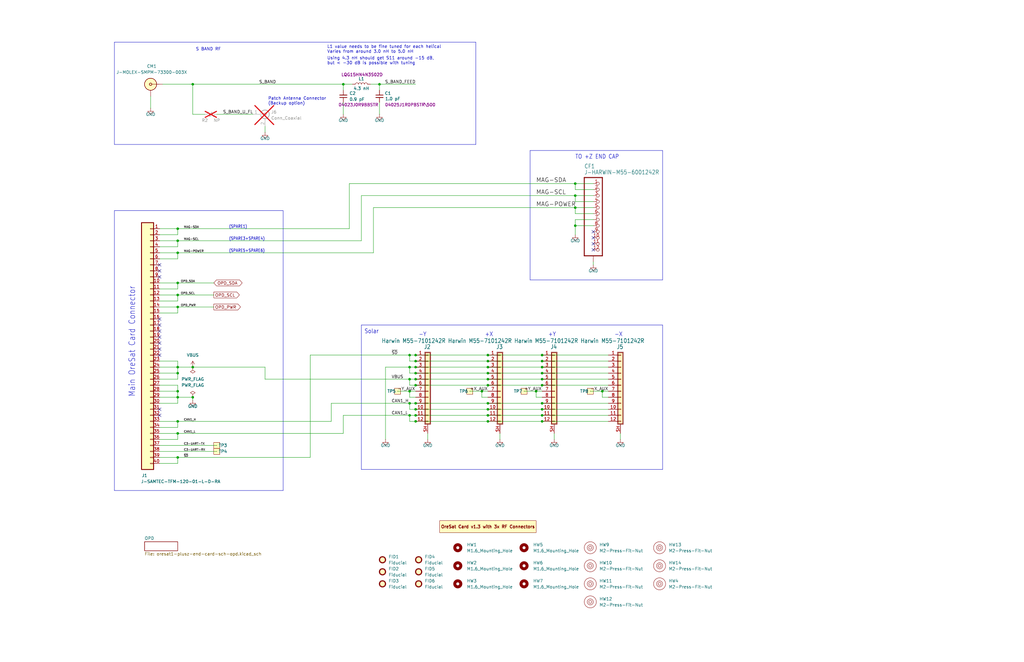
<source format=kicad_sch>
(kicad_sch (version 20250114) (generator "eeschema") (generator_version "9.0")
  (paper "USLedger")
  (title_block (title "+Z End Card w/ Turnstile") (date "2024-08-20") (rev "1.4"))
  (lib_symbols
    (symbol "Connector:Conn_Coaxial" (pin_names (offset 1.016) (hide yes))
      (property "Reference" "J" (at 0.254 3.048 0))
      (property "Value" "Conn_Coaxial" (at 2.921 0 90))
      (symbol "Conn_Coaxial_0_1"
        (polyline (pts (xy -2.54 0) (xy -0.508 0)))
        (arc (start 1.778 0) (mid 0.222 -1.8079) (end -1.778 -0.508) (stroke (width 0.254)))
        (arc (start -1.778 0.508) (mid 0.2221 1.8084) (end 1.778 0) (stroke (width 0.254)))
        (circle (center 0 0) (radius 0.508) (stroke (width 0.2032)))
        (polyline (pts (xy 0 -2.54) (xy 0 -1.778)))
      )
      (symbol "Conn_Coaxial_1_1"
        (pin passive line (at -5.08 0 0) (length 2.54) (name "In") (number "1"))
        (pin passive line (at 0 -5.08 90) (length 2.54) (name "Ext") (number "2"))
      )
    )
    (symbol "Device:C_Small" (pin_numbers (hide yes)) (pin_names (offset 0.254) (hide yes))
      (property "Reference" "C" (at 0.254 1.778 0))
      (property "Value" "C_Small" (at 0.254 -2.032 0))
      (symbol "C_Small_0_1"
        (polyline (pts (xy -1.524 0.508) (xy 1.524 0.508)) (stroke (width 0.3048)))
        (polyline (pts (xy -1.524 -0.508) (xy 1.524 -0.508)) (stroke (width 0.3302)))
      )
      (symbol "C_Small_1_1"
        (pin passive line (at 0 2.54 270) (length 2.032) (name "~") (number "1"))
        (pin passive line (at 0 -2.54 90) (length 2.032) (name "~") (number "2"))
      )
    )
    (symbol "Device:L" (pin_numbers (hide yes)) (pin_names (offset 1.016) (hide yes))
      (property "Reference" "L" (at -1.27 0 90))
      (property "Value" "L" (at 1.905 0 90))
      (symbol "L_0_1"
        (arc (start 0 2.54) (mid 0.6323 1.905) (end 0 1.27))
        (arc (start 0 1.27) (mid 0.6323 0.635) (end 0 0))
        (arc (start 0 0) (mid 0.6323 -0.635) (end 0 -1.27))
        (arc (start 0 -1.27) (mid 0.6323 -1.905) (end 0 -2.54))
      )
      (symbol "L_1_1"
        (pin passive line (at 0 3.81 270) (length 1.27) (name "1") (number "1"))
        (pin passive line (at 0 -3.81 90) (length 1.27) (name "2") (number "2"))
      )
    )
    (symbol "Device:R_Small_US" (pin_numbers (hide yes)) (pin_names (offset 0.254) (hide yes))
      (property "Reference" "R" (at 0.762 0.508 0))
      (property "Value" "R_Small_US" (at 0.762 -1.016 0))
      (symbol "R_Small_US_1_1"
        (polyline (pts (xy 0 1.524) (xy 1.016 1.143) (xy 0 0.762) (xy -1.016 0.381) (xy 0 0)))
        (polyline (pts (xy 0 0) (xy 1.016 -0.381) (xy 0 -0.762) (xy -1.016 -1.143) (xy 0 -1.524)))
        (pin passive line (at 0 2.54 270) (length 1.016) (name "~") (number "1"))
        (pin passive line (at 0 -2.54 90) (length 1.016) (name "~") (number "2"))
      )
    )
    (symbol "Mechanical:Fiducial"
      (property "Reference" "FID" (at 0 5.08 0))
      (property "Value" "Fiducial" (at 0 3.175 0))
      (symbol "Fiducial_0_1"
        (circle (center 0 0) (radius 1.27) (stroke (width 0.508)) (fill (type background)))
      )
    )
    (symbol "oresat-connectors:Harwin M55-7101242R" (pin_names (hide yes))
      (property "Reference" "J" (at -12.7 15.875 0))
      (property "Value" "Harwin M55-7101242R" (at -12.7 13.97 0))
      (symbol "Harwin M55-7101242R_1_1"
        (rectangle (start -1.27 -16.51) (end 1.27 13.97) (stroke (width 0.1524)))
        (rectangle (start -1.016 -16.256) (end 1.016 13.716) (stroke (width 0.254)) (fill (type background)))
        (rectangle (start -0.254 12.573) (end 1.016 12.827) (stroke (width 0.1524)))
        (rectangle (start -0.254 10.033) (end 1.016 10.287) (stroke (width 0.1524)))
        (rectangle (start -0.254 7.493) (end 1.016 7.747) (stroke (width 0.1524)))
        (rectangle (start -0.254 4.953) (end 1.016 5.207) (stroke (width 0.1524)))
        (rectangle (start -0.254 2.413) (end 1.016 2.667) (stroke (width 0.1524)))
        (rectangle (start -0.254 -0.127) (end 1.016 0.127) (stroke (width 0.1524)))
        (rectangle (start -0.254 -2.667) (end 1.016 -2.413) (stroke (width 0.1524)))
        (rectangle (start -0.254 -5.207) (end 1.016 -4.953) (stroke (width 0.1524)))
        (rectangle (start -0.254 -7.747) (end 1.016 -7.493) (stroke (width 0.1524)))
        (rectangle (start -0.254 -10.287) (end 1.016 -10.033) (stroke (width 0.1524)))
        (rectangle (start -0.254 -12.827) (end 1.016 -12.573) (stroke (width 0.1524)))
        (rectangle (start -0.254 -15.367) (end 1.016 -15.113) (stroke (width 0.1524)))
        (pin passive line (at 0 -20.32 90) (length 3.81) (name "Shield") (number "SH"))
        (pin passive line (at 5.08 12.7 180) (length 4.064) (name "Pin_1") (number "1"))
        (pin passive line (at 5.08 10.16 180) (length 4.064) (name "Pin_2") (number "2"))
        (pin passive line (at 5.08 7.62 180) (length 4.064) (name "Pin_3") (number "3"))
        (pin passive line (at 5.08 5.08 180) (length 4.064) (name "Pin_4") (number "4"))
        (pin passive line (at 5.08 2.54 180) (length 4.064) (name "Pin_5") (number "5"))
        (pin passive line (at 5.08 0 180) (length 4.064) (name "Pin_6") (number "6"))
        (pin passive line (at 5.08 -2.54 180) (length 4.064) (name "Pin_7") (number "7"))
        (pin passive line (at 5.08 -5.08 180) (length 4.064) (name "Pin_8") (number "8"))
        (pin passive line (at 5.08 -7.62 180) (length 4.064) (name "Pin_9") (number "9"))
        (pin passive line (at 5.08 -10.16 180) (length 4.064) (name "Pin_10") (number "10"))
        (pin passive line (at 5.08 -12.7 180) (length 4.064) (name "Pin_11") (number "11"))
        (pin passive line (at 5.08 -15.24 180) (length 4.064) (name "Pin_12") (number "12"))
      )
    )
    (symbol "oresat-connectors:J-HARWIN-M55-6001242R" (pin_names (hide yes))
      (property "Reference" "CF1" (at -6.35 19.05 0))
      (property "Value" "J-HARWIN-M55-6001242R" (at -6.35 16.51 0))
      (symbol "J-HARWIN-M55-6001242R_1_0"
        (polyline (pts (xy -6.35 15.24) (xy -6.35 -17.78)) (stroke (width 0.4064)))
        (polyline (pts (xy -6.35 -17.78) (xy 1.27 -17.78)) (stroke (width 0.4064)))
        (polyline (pts (xy 1.27 15.24) (xy -6.35 15.24)) (stroke (width 0.4064)))
        (polyline (pts (xy 1.27 -17.78) (xy 1.27 15.24)) (stroke (width 0.4064)))
        (pin passive inverted (at -2.54 12.7 0) (length 2.54) (name "1") (number "1"))
        (pin passive inverted (at -2.54 10.16 0) (length 2.54) (name "2") (number "2"))
        (pin passive inverted (at -2.54 7.62 0) (length 2.54) (name "3") (number "3"))
        (pin passive inverted (at -2.54 5.08 0) (length 2.54) (name "4") (number "4"))
        (pin passive inverted (at -2.54 2.54 0) (length 2.54) (name "5") (number "5"))
        (pin passive inverted (at -2.54 0 0) (length 2.54) (name "6") (number "6"))
        (pin passive inverted (at -2.54 -2.54 0) (length 2.54) (name "7") (number "7"))
        (pin passive inverted (at -2.54 -5.08 0) (length 2.54) (name "8") (number "8"))
        (pin passive inverted (at -2.54 -7.62 0) (length 2.54) (name "9") (number "9"))
        (pin passive inverted (at -2.54 -10.16 0) (length 2.54) (name "10") (number "10"))
        (pin passive inverted (at -2.54 -12.7 0) (length 2.54) (name "11") (number "11"))
        (pin passive inverted (at -2.54 -15.24 0) (length 2.54) (name "12") (number "12"))
        (pin passive line (at -2.54 -20.32 90) (length 2.54) (name "SHIELD") (number "SH"))
      )
    )
    (symbol "oresat-connectors:J-MOLEX-SMPM-73300-002X"
      (property "Reference" "J" (at 5.08 -3.81 0))
      (property "Value" "733000020" (at 5.08 -6.35 0))
      (symbol "J-MOLEX-SMPM-73300-002X_1_0"
        (circle (center 0 0) (radius 0.508) (stroke (width 0.254)))
        (circle (center 0 0) (radius 2.54) (stroke (width 0.254)) (fill (type background)))
        (polyline (pts (xy 0.508 0) (xy 3.556 0)) (stroke (width 0.1524)))
        (pin passive line (at 0 -5.08 90) (length 2.54) (name "SHLD") (number "SHLD"))
        (pin passive line (at 5.08 0 180) (length 2.54) (name "SIG") (number "SIG"))
      )
    )
    (symbol "oresat-connectors:J-SAMTEC-TFM-120-01-L-D-RA" (pin_names (hide yes))
      (property "Reference" "J" (at 0 54.61 0))
      (property "Value" "J-SAMTEC-TFM-120-01-L-D-RA" (at 0 52.07 0))
      (symbol "J-SAMTEC-TFM-120-01-L-D-RA_0_1"
        (rectangle (start 2.413 48.387) (end 1.143 48.133) (stroke (width 0.1524)))
        (rectangle (start 2.413 45.847) (end 1.143 45.593) (stroke (width 0.1524)))
        (rectangle (start 2.413 43.307) (end 1.143 43.053) (stroke (width 0.1524)))
        (rectangle (start 2.413 40.767) (end 1.143 40.513) (stroke (width 0.1524)))
        (rectangle (start 2.413 38.227) (end 1.143 37.973) (stroke (width 0.1524)))
        (rectangle (start 2.413 35.687) (end 1.143 35.433) (stroke (width 0.1524)))
        (rectangle (start 2.413 33.147) (end 1.143 32.893) (stroke (width 0.1524)))
        (rectangle (start 2.413 30.607) (end 1.143 30.353) (stroke (width 0.1524)))
        (rectangle (start 2.413 28.067) (end 1.143 27.813) (stroke (width 0.1524)))
        (rectangle (start 2.413 25.527) (end 1.143 25.273) (stroke (width 0.1524)))
        (rectangle (start 2.413 22.987) (end 1.143 22.733) (stroke (width 0.1524)))
        (rectangle (start 2.413 20.447) (end 1.143 20.193) (stroke (width 0.1524)))
        (rectangle (start 2.413 17.907) (end 1.143 17.653) (stroke (width 0.1524)))
        (rectangle (start 2.413 15.367) (end 1.143 15.113) (stroke (width 0.1524)))
        (rectangle (start 2.413 12.827) (end 1.143 12.573) (stroke (width 0.1524)))
        (rectangle (start 2.413 10.287) (end 1.143 10.033) (stroke (width 0.1524)))
        (rectangle (start 2.413 7.747) (end 1.143 7.493) (stroke (width 0.1524)))
        (rectangle (start 2.413 5.207) (end 1.143 4.953) (stroke (width 0.1524)))
        (rectangle (start 2.413 2.667) (end 1.143 2.413) (stroke (width 0.1524)))
        (rectangle (start 2.413 0.127) (end 1.143 -0.127) (stroke (width 0.1524)))
        (rectangle (start 2.413 -2.413) (end 1.143 -2.667) (stroke (width 0.1524)))
        (rectangle (start 2.413 -4.953) (end 1.143 -5.207) (stroke (width 0.1524)))
        (rectangle (start 2.413 -7.493) (end 1.143 -7.747) (stroke (width 0.1524)))
        (rectangle (start 2.413 -10.033) (end 1.143 -10.287) (stroke (width 0.1524)))
        (rectangle (start 2.413 -12.573) (end 1.143 -12.827) (stroke (width 0.1524)))
        (rectangle (start 2.413 -15.113) (end 1.143 -15.367) (stroke (width 0.1524)))
        (rectangle (start 2.413 -17.653) (end 1.143 -17.907) (stroke (width 0.1524)))
        (rectangle (start 2.413 -20.193) (end 1.143 -20.447) (stroke (width 0.1524)))
        (rectangle (start 2.413 -22.733) (end 1.143 -22.987) (stroke (width 0.1524)))
        (rectangle (start 2.413 -25.273) (end 1.143 -25.527) (stroke (width 0.1524)))
        (rectangle (start 2.413 -27.813) (end 1.143 -28.067) (stroke (width 0.1524)))
        (rectangle (start 2.413 -30.353) (end 1.143 -30.607) (stroke (width 0.1524)))
        (rectangle (start 2.413 -32.893) (end 1.143 -33.147) (stroke (width 0.1524)))
        (rectangle (start 2.413 -35.433) (end 1.143 -35.687) (stroke (width 0.1524)))
        (rectangle (start 2.413 -37.973) (end 1.143 -38.227) (stroke (width 0.1524)))
        (rectangle (start 2.413 -40.513) (end 1.143 -40.767) (stroke (width 0.1524)))
        (rectangle (start 2.413 -43.053) (end 1.143 -43.307) (stroke (width 0.1524)))
        (rectangle (start 2.413 -45.593) (end 1.143 -45.847) (stroke (width 0.1524)))
        (rectangle (start 2.413 -48.133) (end 1.143 -48.387) (stroke (width 0.1524)))
        (rectangle (start 2.413 -50.673) (end 1.143 -50.927) (stroke (width 0.1524)))
      )
      (symbol "J-SAMTEC-TFM-120-01-L-D-RA_1_1"
        (rectangle (start -2.54 50.8) (end 2.54 -53.34) (stroke (width 0.4)) (fill (type background)))
        (pin passive line (at 5.08 48.26 180) (length 2.54) (name "") (number "1"))
        (pin passive line (at 5.08 45.72 180) (length 2.54) (name "") (number "2"))
        (pin passive line (at 5.08 43.18 180) (length 2.54) (name "") (number "3"))
        (pin passive line (at 5.08 40.64 180) (length 2.54) (name "") (number "4"))
        (pin passive line (at 5.08 38.1 180) (length 2.54) (name "") (number "5"))
        (pin passive line (at 5.08 35.56 180) (length 2.54) (name "") (number "6"))
        (pin passive line (at 5.08 33.02 180) (length 2.54) (name "") (number "7"))
        (pin passive line (at 5.08 30.48 180) (length 2.54) (name "") (number "8"))
        (pin passive line (at 5.08 27.94 180) (length 2.54) (name "") (number "9"))
        (pin passive line (at 5.08 25.4 180) (length 2.54) (name "") (number "10"))
        (pin passive line (at 5.08 22.86 180) (length 2.54) (name "") (number "11"))
        (pin passive line (at 5.08 20.32 180) (length 2.54) (name "") (number "12"))
        (pin passive line (at 5.08 17.78 180) (length 2.54) (name "") (number "13"))
        (pin passive line (at 5.08 15.24 180) (length 2.54) (name "") (number "14"))
        (pin passive line (at 5.08 12.7 180) (length 2.54) (name "") (number "15"))
        (pin passive line (at 5.08 10.16 180) (length 2.54) (name "") (number "16"))
        (pin passive line (at 5.08 7.62 180) (length 2.54) (name "") (number "17"))
        (pin passive line (at 5.08 5.08 180) (length 2.54) (name "") (number "18"))
        (pin passive line (at 5.08 2.54 180) (length 2.54) (name "") (number "19"))
        (pin passive line (at 5.08 0 180) (length 2.54) (name "") (number "20"))
        (pin passive line (at 5.08 -2.54 180) (length 2.54) (name "") (number "21"))
        (pin passive line (at 5.08 -5.08 180) (length 2.54) (name "") (number "22"))
        (pin passive line (at 5.08 -7.62 180) (length 2.54) (name "") (number "23"))
        (pin passive line (at 5.08 -10.16 180) (length 2.54) (name "") (number "24"))
        (pin passive line (at 5.08 -12.7 180) (length 2.54) (name "") (number "25"))
        (pin passive line (at 5.08 -15.24 180) (length 2.54) (name "") (number "26"))
        (pin passive line (at 5.08 -17.78 180) (length 2.54) (name "") (number "27"))
        (pin passive line (at 5.08 -20.32 180) (length 2.54) (name "") (number "28"))
        (pin passive line (at 5.08 -22.86 180) (length 2.54) (name "") (number "29"))
        (pin passive line (at 5.08 -25.4 180) (length 2.54) (name "") (number "30"))
        (pin passive line (at 5.08 -27.94 180) (length 2.54) (name "") (number "31"))
        (pin passive line (at 5.08 -30.48 180) (length 2.54) (name "") (number "32"))
        (pin passive line (at 5.08 -33.02 180) (length 2.54) (name "") (number "33"))
        (pin passive line (at 5.08 -35.56 180) (length 2.54) (name "") (number "34"))
        (pin passive line (at 5.08 -38.1 180) (length 2.54) (name "") (number "35"))
        (pin passive line (at 5.08 -40.64 180) (length 2.54) (name "") (number "36"))
        (pin passive line (at 5.08 -43.18 180) (length 2.54) (name "") (number "37"))
        (pin passive line (at 5.08 -45.72 180) (length 2.54) (name "") (number "38"))
        (pin passive line (at 5.08 -48.26 180) (length 2.54) (name "") (number "39"))
        (pin passive line (at 5.08 -50.8 180) (length 2.54) (name "") (number "40"))
      )
    )
    (symbol "oresat-misc:M1.6_Mounting_Hole" (pin_numbers (hide yes)) (pin_names (offset 0) (hide yes)) (in_bom no)
      (property "Reference" "HW" (at 0 5.08 0))
      (property "Value" "M1.6_Mounting_Hole" (at 0 -5.08 0))
      (symbol "M1.6_Mounting_Hole_0_1"
        (circle (center 0 0) (radius 1.27) (stroke (width 1.27)))
      )
    )
    (symbol "oresat-misc:M2-Press-Fit-Nut" (pin_numbers (hide yes)) (pin_names (offset 0) (hide yes))
      (property "Reference" "HW" (at 4.445 1.27 0))
      (property "Value" "M2-Press-Fit-Nut" (at 12.065 -1.27 0))
      (symbol "M2-Press-Fit-Nut_0_1"
        (circle (center 0 0) (radius 0.635))
        (circle (center 0 0) (radius 1.27))
        (circle (center 0 0) (radius 2.54))
      )
    )
    (symbol "oresat-misc:Test-Point-0.75mm-th"
      (property "Reference" "TP" (at 0 2.54 0))
      (symbol "Test-Point-0.75mm-th_1_0"
        (pin passive line (at 0 0 0) (length 0) (name "1") (number "1"))
      )
      (symbol "Test-Point-0.75mm-th_1_1"
        (rectangle (start -1.27 1.27) (end 1.27 -1.27) (fill (type background)))
      )
    )
    (symbol "oresat-pcbs:ORESAT-CARD-V1.3-3RF"
      (symbol "ORESAT-CARD-V1.3-3RF_1_0"
        (rectangle (start -20.32 2.54) (end 20.32 -2.54) (fill (type background)))
        (text "OreSat Card v1.3 with 3x RF Connectors" (at 0 0 0) (effects (font (size 1.27 1.27) (bold yes))))
      )
    )
    (symbol "oresat-power:VBUS" (power) (pin_names (offset 0))
      (property "Value" "VBUS" (at 0 3.556 0))
      (symbol "VBUS_0_1"
        (polyline (pts (xy -0.762 1.27) (xy 0 2.54)))
        (polyline (pts (xy 0 2.54) (xy 0.762 1.27)))
        (polyline (pts (xy 0 0) (xy 0 2.54)))
      )
      (symbol "VBUS_1_1"
        (pin power_in line (at 0 0 90) (length 0) (hide yes) (name "VBUS") (number "1"))
      )
    )
    (symbol "power:GND" (power) (pin_numbers (hide yes)) (pin_names (offset 0) (hide yes))
      (property "Value" "GND" (at 0 -3.81 0))
      (symbol "GND_0_1"
        (polyline (pts (xy 0 0) (xy 0 -1.27) (xy 1.27 -1.27) (xy 0 -2.54) (xy -1.27 -1.27) (xy 0 -1.27)))
      )
      (symbol "GND_1_1"
        (pin power_in line (at 0 0 270) (length 0) (name "~") (number "1"))
      )
    )
    (symbol "power:PWR_FLAG" (power) (pin_numbers (hide yes)) (pin_names (offset 0) (hide yes))
      (property "Value" "PWR_FLAG" (at 0 3.81 0))
      (symbol "PWR_FLAG_0_0"
        (pin power_out line (at 0 0 90) (length 0) (name "~") (number "1"))
      )
      (symbol "PWR_FLAG_0_1"
        (polyline (pts (xy 0 0) (xy 0 1.27) (xy -1.016 1.905) (xy 0 2.54) (xy 1.016 1.905) (xy 0 1.27)))
      )
    )
  )
  (text "TO +Z END CAP" (at 242.57 67.31 0) (effects (font (size 1.778 1.5113)) (justify left bottom)))
  (text "L1 value needs to be fine tuned for each helical\nVaries from around 3.0 nH to 5.0 nH" (at 137.922 22.606 0) (effects (font (size 1.27 1.27)) (justify left bottom)))
  (text "Using 4.3 nH should get S11 around -15 dB, \nbut < -30 dB is possible with tuning" (at 137.922 27.432 0) (effects (font (size 1.27 1.27)) (justify left bottom)))
  (text "-Y" (at 176.53 142.24 0) (effects (font (size 1.778 1.5113)) (justify left bottom)))
  (text "S BAND RF" (at 82.55 21.59 0) (effects (font (size 1.27 1.27)) (justify left bottom)))
  (text "Solar" (at 153.67 140.97 0) (effects (font (size 1.778 1.5113)) (justify left bottom)))
  (text "(SPARE1)" (at 96.52 96.52 0) (effects (font (size 1.27 1.0795)) (justify left bottom)))
  (text "-X" (at 259.08 142.24 0) (effects (font (size 1.778 1.5113)) (justify left bottom)))
  (text "(SPARE3+SPARE4)" (at 96.52 101.6 0) (effects (font (size 1.27 1.0795)) (justify left bottom)))
  (text "Patch Antenna Connector\n(Backup option)" (at 113.03 44.45 0) (effects (font (size 1.27 1.27)) (justify left bottom)))
  (text "+Y" (at 231.14 142.24 0) (effects (font (size 1.778 1.5113)) (justify left bottom)))
  (text "+X" (at 204.47 142.24 0) (effects (font (size 1.778 1.5113)) (justify left bottom)))
  (text "Main OreSat Card Connector" (at 57.15 167.64 90) (effects (font (size 2.54 2.159)) (justify left bottom)))
  (text "(SPARE5+SPARE6)" (at 96.52 106.68 0) (effects (font (size 1.27 1.0795)) (justify left bottom)))
  (junction (at 74.93 96.52))
  (junction (at 228.6 170.18))
  (junction (at 175.26 152.4))
  (junction (at 205.74 157.48))
  (junction (at 172.72 175.26))
  (junction (at 228.6 175.26))
  (junction (at 172.72 170.18))
  (junction (at 175.26 177.8))
  (junction (at 175.26 175.26))
  (junction (at 242.57 95.25))
  (junction (at 242.57 82.55))
  (junction (at 203.2 165.1))
  (junction (at 74.93 101.6))
  (junction (at 74.93 154.94))
  (junction (at 74.93 124.46))
  (junction (at 228.6 154.94))
  (junction (at 175.26 172.72))
  (junction (at 228.6 177.8))
  (junction (at 228.6 152.4))
  (junction (at 228.6 160.02))
  (junction (at 242.57 87.63))
  (junction (at 175.26 162.56))
  (junction (at 228.6 157.48))
  (junction (at 74.93 193.04))
  (junction (at 205.74 154.94))
  (junction (at 144.78 35.56))
  (junction (at 74.93 182.88))
  (junction (at 74.93 129.54))
  (junction (at 172.72 160.02))
  (junction (at 74.93 106.68))
  (junction (at 226.06 165.1))
  (junction (at 205.74 152.4))
  (junction (at 228.6 162.56))
  (junction (at 81.28 35.56))
  (junction (at 175.26 157.48))
  (junction (at 205.74 149.86))
  (junction (at 242.57 77.47))
  (junction (at 175.26 149.86))
  (junction (at 81.28 154.94))
  (junction (at 228.6 149.86))
  (junction (at 74.93 165.1))
  (junction (at 205.74 177.8))
  (junction (at 74.93 177.8))
  (junction (at 74.93 167.64))
  (junction (at 172.72 149.86))
  (junction (at 175.26 170.18))
  (junction (at 81.28 167.64))
  (junction (at 160.02 35.56))
  (junction (at 205.74 160.02))
  (junction (at 254 165.1))
  (junction (at 175.26 154.94))
  (junction (at 74.93 119.38))
  (junction (at 205.74 175.26))
  (junction (at 205.74 172.72))
  (junction (at 175.26 160.02))
  (junction (at 74.93 157.48))
  (junction (at 172.72 154.94))
  (junction (at 228.6 172.72))
  (junction (at 172.72 165.1))
  (junction (at 205.74 162.56))
  (junction (at 205.74 170.18))
  (no_connect (at 67.31 144.78))
  (no_connect (at 67.31 142.24))
  (no_connect (at 67.31 137.16))
  (no_connect (at 67.31 149.86))
  (no_connect (at 250.19 100.33))
  (no_connect (at 67.31 139.7))
  (no_connect (at 67.31 134.62))
  (no_connect (at 250.19 102.87))
  (no_connect (at 67.31 111.76))
  (no_connect (at 250.19 97.79))
  (no_connect (at 67.31 172.72))
  (no_connect (at 250.19 105.41))
  (no_connect (at 67.31 175.26))
  (no_connect (at 67.31 116.84))
  (no_connect (at 67.31 114.3))
  (no_connect (at 67.31 147.32))
  (wire (pts (xy 74.93 165.1) (xy 74.93 167.64)))
  (wire (pts (xy 160.02 43.18) (xy 160.02 48.26)))
  (wire (pts (xy 63.5 40.64) (xy 63.5 45.72)))
  (wire (pts (xy 91.44 48.26) (xy 106.68 48.26)))
  (wire (pts (xy 175.26 172.72) (xy 172.72 172.72)))
  (wire (pts (xy 228.6 175.26) (xy 256.54 175.26)))
  (wire (pts (xy 233.68 182.88) (xy 233.68 185.42)))
  (wire (pts (xy 74.93 119.38) (xy 90.17 119.38)))
  (wire (pts (xy 172.72 154.94) (xy 175.26 154.94)))
  (wire (pts (xy 74.93 119.38) (xy 74.93 121.92)))
  (wire (pts (xy 67.31 124.46) (xy 74.93 124.46)))
  (polyline (pts (xy 48.26 17.78) (xy 48.26 60.96)))
  (wire (pts (xy 74.93 124.46) (xy 90.17 124.46)))
  (wire (pts (xy 254 165.1) (xy 256.54 165.1)))
  (polyline (pts (xy 48.26 88.9) (xy 48.26 207.01)))
  (wire (pts (xy 242.57 95.25) (xy 250.19 95.25)))
  (wire (pts (xy 74.93 165.1) (xy 74.93 162.56)))
  (wire (pts (xy 250.19 87.63) (xy 242.57 87.63)))
  (wire (pts (xy 162.56 185.42) (xy 162.56 154.94)))
  (wire (pts (xy 74.93 101.6) (xy 67.31 101.6)))
  (wire (pts (xy 67.31 180.34) (xy 74.93 180.34)))
  (wire (pts (xy 74.93 154.94) (xy 74.93 152.4)))
  (wire (pts (xy 67.31 182.88) (xy 74.93 182.88)))
  (wire (pts (xy 205.74 177.8) (xy 228.6 177.8)))
  (wire (pts (xy 242.57 92.71) (xy 242.57 95.25)))
  (wire (pts (xy 160.02 35.56) (xy 175.26 35.56)))
  (polyline (pts (xy 279.4 118.11) (xy 223.52 118.11)))
  (wire (pts (xy 242.57 80.01) (xy 250.19 80.01)))
  (wire (pts (xy 111.76 160.02) (xy 111.76 154.94)))
  (wire (pts (xy 74.93 124.46) (xy 74.93 127)))
  (wire (pts (xy 67.31 167.64) (xy 74.93 167.64)))
  (wire (pts (xy 172.72 165.1) (xy 167.64 165.1)))
  (wire (pts (xy 250.19 77.47) (xy 242.57 77.47)))
  (wire (pts (xy 74.93 96.52) (xy 67.31 96.52)))
  (wire (pts (xy 172.72 167.64) (xy 172.72 165.1)))
  (wire (pts (xy 67.31 109.22) (xy 74.93 109.22)))
  (polyline (pts (xy 48.26 207.01) (xy 119.38 207.01)))
  (wire (pts (xy 228.6 154.94) (xy 256.54 154.94)))
  (polyline (pts (xy 279.4 137.16) (xy 279.4 198.12)))
  (wire (pts (xy 67.31 165.1) (xy 74.93 165.1)))
  (wire (pts (xy 74.93 180.34) (xy 74.93 177.8)))
  (wire (pts (xy 175.26 177.8) (xy 172.72 177.8)))
  (polyline (pts (xy 279.4 198.12) (xy 152.4 198.12)))
  (wire (pts (xy 175.26 162.56) (xy 205.74 162.56)))
  (wire (pts (xy 74.93 170.18) (xy 74.93 167.64)))
  (wire (pts (xy 172.72 152.4) (xy 172.72 149.86)))
  (wire (pts (xy 81.28 48.26) (xy 86.36 48.26)))
  (wire (pts (xy 220.98 165.1) (xy 226.06 165.1)))
  (wire (pts (xy 175.26 152.4) (xy 172.72 152.4)))
  (wire (pts (xy 81.28 35.56) (xy 81.28 48.26)))
  (wire (pts (xy 74.93 154.94) (xy 67.31 154.94)))
  (wire (pts (xy 144.78 43.18) (xy 144.78 48.26)))
  (wire (pts (xy 228.6 167.64) (xy 226.06 167.64)))
  (wire (pts (xy 242.57 99.06) (xy 242.57 95.25)))
  (wire (pts (xy 130.81 149.86) (xy 130.81 193.04)))
  (wire (pts (xy 74.93 193.04) (xy 67.31 193.04)))
  (wire (pts (xy 228.6 149.86) (xy 256.54 149.86)))
  (polyline (pts (xy 200.66 60.96) (xy 48.26 60.96)))
  (wire (pts (xy 144.78 35.56) (xy 144.78 38.1)))
  (polyline (pts (xy 152.4 137.16) (xy 152.4 198.12)))
  (wire (pts (xy 67.31 185.42) (xy 74.93 185.42)))
  (polyline (pts (xy 152.4 137.16) (xy 279.4 137.16)))
  (wire (pts (xy 175.26 162.56) (xy 172.72 162.56)))
  (wire (pts (xy 226.06 165.1) (xy 228.6 165.1)))
  (wire (pts (xy 74.93 104.14) (xy 74.93 101.6)))
  (wire (pts (xy 74.93 129.54) (xy 90.17 129.54)))
  (wire (pts (xy 172.72 172.72) (xy 172.72 170.18)))
  (wire (pts (xy 228.6 172.72) (xy 256.54 172.72)))
  (wire (pts (xy 205.74 162.56) (xy 228.6 162.56)))
  (polyline (pts (xy 200.66 17.78) (xy 200.66 60.96)))
  (wire (pts (xy 175.26 175.26) (xy 205.74 175.26)))
  (wire (pts (xy 74.93 121.92) (xy 67.31 121.92)))
  (wire (pts (xy 81.28 167.64) (xy 81.28 168.91)))
  (wire (pts (xy 111.76 154.94) (xy 81.28 154.94)))
  (wire (pts (xy 74.93 177.8) (xy 139.7 177.8)))
  (wire (pts (xy 205.74 160.02) (xy 228.6 160.02)))
  (wire (pts (xy 67.31 129.54) (xy 74.93 129.54)))
  (wire (pts (xy 175.26 154.94) (xy 205.74 154.94)))
  (wire (pts (xy 74.93 185.42) (xy 74.93 182.88)))
  (wire (pts (xy 172.72 157.48) (xy 172.72 154.94)))
  (wire (pts (xy 74.93 193.04) (xy 130.81 193.04)))
  (wire (pts (xy 68.58 35.56) (xy 81.28 35.56)))
  (wire (pts (xy 162.56 154.94) (xy 172.72 154.94)))
  (wire (pts (xy 74.93 195.58) (xy 74.93 193.04)))
  (wire (pts (xy 226.06 167.64) (xy 226.06 165.1)))
  (wire (pts (xy 261.62 182.88) (xy 261.62 185.42)))
  (wire (pts (xy 147.32 96.52) (xy 147.32 77.47)))
  (wire (pts (xy 152.4 82.55) (xy 152.4 101.6)))
  (wire (pts (xy 74.93 129.54) (xy 74.93 132.08)))
  (wire (pts (xy 242.57 82.55) (xy 242.57 85.09)))
  (polyline (pts (xy 279.4 63.5) (xy 279.4 118.11)))
  (wire (pts (xy 228.6 177.8) (xy 256.54 177.8)))
  (wire (pts (xy 205.74 154.94) (xy 228.6 154.94)))
  (wire (pts (xy 175.26 157.48) (xy 172.72 157.48)))
  (wire (pts (xy 157.48 106.68) (xy 157.48 87.63)))
  (wire (pts (xy 172.72 170.18) (xy 175.26 170.18)))
  (wire (pts (xy 228.6 160.02) (xy 256.54 160.02)))
  (wire (pts (xy 172.72 177.8) (xy 172.72 175.26)))
  (wire (pts (xy 205.74 149.86) (xy 228.6 149.86)))
  (wire (pts (xy 250.19 92.71) (xy 242.57 92.71)))
  (wire (pts (xy 144.78 175.26) (xy 172.72 175.26)))
  (wire (pts (xy 74.93 132.08) (xy 67.31 132.08)))
  (wire (pts (xy 74.93 109.22) (xy 74.93 106.68)))
  (wire (pts (xy 205.74 167.64) (xy 203.2 167.64)))
  (wire (pts (xy 205.74 172.72) (xy 228.6 172.72)))
  (polyline (pts (xy 223.52 63.5) (xy 279.4 63.5)))
  (wire (pts (xy 74.93 106.68) (xy 67.31 106.68)))
  (wire (pts (xy 175.26 160.02) (xy 205.74 160.02)))
  (wire (pts (xy 67.31 177.8) (xy 74.93 177.8)))
  (wire (pts (xy 228.6 152.4) (xy 256.54 152.4)))
  (wire (pts (xy 74.93 157.48) (xy 74.93 154.94)))
  (wire (pts (xy 210.82 182.88) (xy 210.82 185.42)))
  (wire (pts (xy 175.26 149.86) (xy 172.72 149.86)))
  (wire (pts (xy 67.31 157.48) (xy 74.93 157.48)))
  (wire (pts (xy 242.57 90.17) (xy 250.19 90.17)))
  (polyline (pts (xy 223.52 118.11) (xy 223.52 63.5)))
  (wire (pts (xy 250.19 111.76) (xy 250.19 110.49)))
  (wire (pts (xy 203.2 167.64) (xy 203.2 165.1)))
  (wire (pts (xy 205.74 175.26) (xy 228.6 175.26)))
  (wire (pts (xy 242.57 85.09) (xy 250.19 85.09)))
  (wire (pts (xy 147.32 77.47) (xy 242.57 77.47)))
  (wire (pts (xy 144.78 182.88) (xy 144.78 175.26)))
  (wire (pts (xy 157.48 87.63) (xy 242.57 87.63)))
  (wire (pts (xy 180.34 182.88) (xy 180.34 185.42)))
  (polyline (pts (xy 48.26 17.78) (xy 200.66 17.78)))
  (wire (pts (xy 205.74 157.48) (xy 228.6 157.48)))
  (wire (pts (xy 160.02 35.56) (xy 160.02 38.1)))
  (wire (pts (xy 175.26 167.64) (xy 172.72 167.64)))
  (wire (pts (xy 74.93 127) (xy 67.31 127)))
  (wire (pts (xy 228.6 157.48) (xy 256.54 157.48)))
  (wire (pts (xy 67.31 104.14) (xy 74.93 104.14)))
  (wire (pts (xy 175.26 170.18) (xy 205.74 170.18)))
  (wire (pts (xy 67.31 99.06) (xy 74.93 99.06)))
  (wire (pts (xy 242.57 82.55) (xy 152.4 82.55)))
  (wire (pts (xy 172.72 165.1) (xy 175.26 165.1)))
  (wire (pts (xy 228.6 162.56) (xy 256.54 162.56)))
  (wire (pts (xy 242.57 77.47) (xy 242.57 80.01)))
  (wire (pts (xy 175.26 172.72) (xy 205.74 172.72)))
  (wire (pts (xy 67.31 195.58) (xy 74.93 195.58)))
  (wire (pts (xy 74.93 99.06) (xy 74.93 96.52)))
  (wire (pts (xy 175.26 157.48) (xy 205.74 157.48)))
  (wire (pts (xy 144.78 35.56) (xy 148.59 35.56)))
  (polyline (pts (xy 48.26 88.9) (xy 119.38 88.9)))
  (wire (pts (xy 74.93 154.94) (xy 81.28 154.94)))
  (wire (pts (xy 175.26 177.8) (xy 205.74 177.8)))
  (wire (pts (xy 248.92 165.1) (xy 254 165.1)))
  (wire (pts (xy 67.31 190.5) (xy 91.44 190.5)))
  (wire (pts (xy 67.31 119.38) (xy 74.93 119.38)))
  (wire (pts (xy 156.21 35.56) (xy 160.02 35.56)))
  (wire (pts (xy 74.93 101.6) (xy 152.4 101.6)))
  (wire (pts (xy 228.6 170.18) (xy 256.54 170.18)))
  (wire (pts (xy 74.93 96.52) (xy 147.32 96.52)))
  (wire (pts (xy 242.57 87.63) (xy 242.57 90.17)))
  (wire (pts (xy 139.7 170.18) (xy 172.72 170.18)))
  (wire (pts (xy 74.93 160.02) (xy 74.93 157.48)))
  (wire (pts (xy 67.31 170.18) (xy 74.93 170.18)))
  (wire (pts (xy 205.74 170.18) (xy 228.6 170.18)))
  (wire (pts (xy 172.72 162.56) (xy 172.72 160.02)))
  (wire (pts (xy 203.2 165.1) (xy 205.74 165.1)))
  (wire (pts (xy 139.7 177.8) (xy 139.7 170.18)))
  (wire (pts (xy 91.44 187.96) (xy 67.31 187.96)))
  (wire (pts (xy 172.72 160.02) (xy 175.26 160.02)))
  (wire (pts (xy 175.26 149.86) (xy 205.74 149.86)))
  (wire (pts (xy 111.76 53.34) (xy 111.76 55.88)))
  (wire (pts (xy 74.93 167.64) (xy 81.28 167.64)))
  (wire (pts (xy 172.72 149.86) (xy 130.81 149.86)))
  (polyline (pts (xy 119.38 207.01) (xy 119.38 88.9)))
  (wire (pts (xy 175.26 152.4) (xy 205.74 152.4)))
  (wire (pts (xy 254 167.64) (xy 254 165.1)))
  (wire (pts (xy 74.93 182.88) (xy 144.78 182.88)))
  (wire (pts (xy 205.74 152.4) (xy 228.6 152.4)))
  (wire (pts (xy 67.31 160.02) (xy 74.93 160.02)))
  (wire (pts (xy 67.31 162.56) (xy 74.93 162.56)))
  (wire (pts (xy 256.54 167.64) (xy 254 167.64)))
  (wire (pts (xy 74.93 152.4) (xy 67.31 152.4)))
  (wire (pts (xy 198.12 165.1) (xy 203.2 165.1)))
  (wire (pts (xy 74.93 106.68) (xy 157.48 106.68)))
  (wire (pts (xy 250.19 82.55) (xy 242.57 82.55)))
  (wire (pts (xy 172.72 175.26) (xy 175.26 175.26)))
  (wire (pts (xy 172.72 160.02) (xy 111.76 160.02)))
  (wire (pts (xy 81.28 35.56) (xy 144.78 35.56)))
  (label "S_BAND" (at 109.22 35.56 0) (effects (font (size 1.2446 1.2446))))
  (label "+X_AUX" (at 198.12 165.1 0))
  (label "S_BAND_U_FL" (at 93.98 48.26 0))
  (label "CAN1_L" (at 77.47 182.88 0) (effects (font (size 0.889 0.889))))
  (label "-Y_AUX" (at 167.64 165.1 0))
  (label "MAG-POWER" (at 226.06 87.63 0) (effects (font (size 1.778 1.778))))
  (label "MAG-POWER" (at 77.47 106.68 0) (effects (font (size 0.889 0.889))))
  (label "MAG-SDA" (at 226.06 77.47 0) (effects (font (size 1.778 1.778))))
  (label "VBUS" (at 165.1 160.02 0) (effects (font (size 1.2446 1.2446))))
  (label "-X_AUX" (at 248.92 165.1 0))
  (label "OPD_SCL" (at 76.2 124.46 0) (effects (font (size 0.889 0.889))))
  (label "C3-UART-TX" (at 77.47 187.96 0) (effects (font (size 0.889 0.889))))
  (label "MAG-SCL" (at 226.06 82.55 0) (effects (font (size 1.778 1.778))))
  (label "OPD_SDA" (at 76.2 119.38 0) (effects (font (size 0.889 0.889))))
  (label "~{SD}" (at 77.47 193.04 0) (effects (font (size 0.889 0.889))))
  (label "CAN1_L" (at 165.1 175.26 0) (effects (font (size 1.2446 1.2446))))
  (label "MAG-SCL" (at 77.47 101.6 0) (effects (font (size 0.889 0.889))))
  (label "+Y_AUX" (at 220.98 165.1 0))
  (label "~{SD}" (at 165.1 149.86 0) (effects (font (size 1.2446 1.2446))))
  (label "C3-UART-RX" (at 77.47 190.5 0) (effects (font (size 0.889 0.889))))
  (label "MAG-SDA" (at 77.47 96.52 0) (effects (font (size 0.889 0.889))))
  (label "CAN1_H" (at 77.47 177.8 0) (effects (font (size 0.889 0.889))))
  (label "OPD_PWR" (at 76.2 129.54 0) (effects (font (size 0.889 0.889))))
  (label "S_BAND_FEED" (at 175.26 35.56 180))
  (label "CAN1_H" (at 165.1 170.18 0) (effects (font (size 1.2446 1.2446))))
  (global_label "OPD_PWR" (shape output) (at 90.17 129.54 0) (property "Intersheetrefs" "${INTERSHEET_REFS}" (effects (hide yes))))
  (global_label "OPD_SCL" (shape output) (at 90.17 124.46 0) (property "Intersheetrefs" "${INTERSHEET_REFS}" (effects (hide yes))))
  (global_label "OPD_SDA" (shape bidirectional) (at 90.17 119.38 0) (property "Intersheetrefs" "${INTERSHEET_REFS}" (effects (hide yes))))
  (symbol (lib_id "Device:C_Small") (at 144.78 40.64 180) (unit 1)
    (property "Reference" "C2" (at 147.32 39.3635 0) (effects (justify right)))
    (property "Value" "0.9 pF" (at 147.32 41.9035 0) (effects (justify right)))
    (property "Footprint" "Capacitor_SMD:C_0402_1005Metric" (effects (hide yes)))
    (property "MPN" "04023J0R9BBSTR" (at 151.13 44.196 0))
    (property "DIST" "DigiKey" (effects (hide yes)))
    (property "DPN" "478-04023J0R9BBSTRCT-ND" (effects (hide yes)))
    (property "MFR" "KYOCERA AVX" (effects (hide yes)))
  )
  (symbol (lib_id "oresat-misc:M1.6_Mounting_Hole") (at 220.98 238.76 0) (unit 1) (in_bom no)
    (property "Reference" "HW6" (at 224.79 237.4899 0) (effects (justify left)))
    (property "Value" "M1.6_Mounting_Hole" (at 224.79 240.0299 0) (effects (justify left)))
    (property "Footprint" "oresat-misc:M1.6 Mounting Hole" (effects (hide yes)))
  )
  (symbol (lib_id "oresat-misc:Test-Point-0.75mm-th") (at 91.44 190.5 270) (unit 1)
    (property "Reference" "TP4" (at 93.98 190.5 90))
    (property "Value" "TestPoint-MinTH" (effects (hide yes)))
    (property "Footprint" "oresat-misc:TestPoint-0.75mm-th" (effects (hide yes)))
  )
  (symbol (lib_id "oresat-power:VBUS") (at 81.28 154.94 0) (unit 1)
    (property "Reference" "#VBUS01" (effects (hide yes)))
    (property "Value" "VBUS" (at 81.28 149.86 0))
  )
  (symbol (lib_id "power:GND") (at 233.68 185.42 0) (unit 1)
    (property "Reference" "#GND0104" (effects (hide yes)))
    (property "Value" "GND" (at 233.68 187.96 0))
    (property "Description" "Power symbol creates a global label with name \"GND\" , ground" (effects (hide yes)))
  )
  (symbol (lib_id "Connector:Conn_Coaxial") (at 111.76 48.26 0) (unit 1) (in_bom no) (dnp yes)
    (property "Reference" "J6" (at 114.3 47.2831 0) (effects (justify left)))
    (property "Value" "Conn_Coaxial" (at 114.3 49.8231 0) (effects (justify left)))
    (property "Footprint" "Connector_Coaxial:U.FL_Hirose_U.FL-R-SMT-1_Vertical" (effects (hide yes)))
    (property "Description" "coaxial connector (BNC, SMA, SMB, SMC, Cinch/RCA, LEMO, ...)" (effects (hide yes)))
    (property "DIST" "DigiKey" (effects (hide yes)))
    (property "DPN" "H11891CT-ND" (effects (hide yes)))
    (property "MFR" "Hirose" (effects (hide yes)))
    (property "MPN" "U.FL-R-SMT-1(10)" (effects (hide yes)))
  )
  (symbol (lib_id "Mechanical:Fiducial") (at 161.29 246.38 0) (unit 1)
    (property "Reference" "FID3" (at 163.83 245.1099 0) (effects (justify left)))
    (property "Value" "Fiducial" (at 163.83 247.6499 0) (effects (justify left)))
    (property "Footprint" "Fiducial:Fiducial_1mm_Mask2mm" (effects (hide yes)))
  )
  (symbol (lib_id "oresat-pcbs:ORESAT-CARD-V1.3-3RF") (at 205.74 222.25 0) (unit 1)
    (property "Reference" "PCB1" (effects (hide yes)))
    (property "Value" "ORESAT-CARD-V1.3-GENERIC-3RF" (effects (hide yes)))
    (property "Footprint" "oresat-pcbs:ORESAT-CARD-V1.3-3RF" (effects (hide yes)))
  )
  (symbol (lib_id "Device:C_Small") (at 160.02 40.64 0) (unit 1)
    (property "Reference" "C1" (at 163.576 39.37 0))
    (property "Value" "1.0 pF" (at 165.608 41.656 0))
    (property "Footprint" "Capacitor_SMD:C_0402_1005Metric" (effects (hide yes)))
    (property "MPN" "04025J1R0PBSTR\\500" (at 172.974 44.196 0))
    (property "DIST" "DigiKey" (effects (hide yes)))
    (property "DPN" "478-04025J1R0PBSTR\\500CT-ND" (effects (hide yes)))
    (property "MFR" "KYOCERA AVX" (effects (hide yes)))
  )
  (symbol (lib_id "oresat-misc:Test-Point-0.75mm-th") (at 248.92 165.1 270) (unit 1)
    (property "Reference" "TP8" (at 246.38 165.1 90))
    (property "Value" "TestPoint-MinTH" (effects (hide yes)))
    (property "Footprint" "oresat-misc:TestPoint-0.75mm-th" (effects (hide yes)))
  )
  (symbol (lib_id "power:GND") (at 144.78 48.26 0) (unit 1)
    (property "Reference" "#GND03" (effects (hide yes)))
    (property "Value" "GND" (at 144.78 50.8 0))
    (property "Description" "Power symbol creates a global label with name \"GND\" , ground" (effects (hide yes)))
  )
  (symbol (lib_id "power:PWR_FLAG") (at 81.28 154.94 180) (unit 1)
    (property "Reference" "#FLG0102" (effects (hide yes)))
    (property "Value" "PWR_FLAG" (at 81.28 160.02 0))
    (property "Description" "Special symbol for telling ERC where power comes from" (effects (hide yes)))
  )
  (symbol (lib_id "power:GND") (at 160.02 48.26 0) (unit 1)
    (property "Reference" "#GND0105" (effects (hide yes)))
    (property "Value" "GND" (at 160.02 50.8 0))
    (property "Description" "Power symbol creates a global label with name \"GND\" , ground" (effects (hide yes)))
  )
  (symbol (lib_id "power:GND") (at 111.76 55.88 0) (unit 1)
    (property "Reference" "#GND011" (effects (hide yes)))
    (property "Value" "GND" (at 111.76 58.42 0))
    (property "Description" "Power symbol creates a global label with name \"GND\" , ground" (effects (hide yes)))
  )
  (symbol (lib_id "Mechanical:Fiducial") (at 161.29 236.22 0) (unit 1)
    (property "Reference" "FID1" (at 163.83 234.9499 0) (effects (justify left)))
    (property "Value" "Fiducial" (at 163.83 237.4899 0) (effects (justify left)))
    (property "Footprint" "Fiducial:Fiducial_1mm_Mask2mm" (effects (hide yes)))
  )
  (symbol (lib_id "Mechanical:Fiducial") (at 176.53 241.3 0) (unit 1)
    (property "Reference" "FID5" (at 179.07 240.0299 0) (effects (justify left)))
    (property "Value" "Fiducial" (at 179.07 242.5699 0) (effects (justify left)))
    (property "Footprint" "Fiducial:Fiducial_1mm_Mask2mm" (effects (hide yes)))
  )
  (symbol (lib_id "Device:L") (at 152.4 35.56 90) (unit 1)
    (property "Reference" "L1" (at 152.4 33.274 90))
    (property "Value" "4.3 nH" (at 152.4 37.338 90))
    (property "Footprint" "Inductor_SMD:L_0402_1005Metric" (effects (hide yes)))
    (property "Datasheet" "Murata Electronics" (effects (hide yes)))
    (property "MPN" "LQG15HN4N3S02D" (at 152.654 31.496 90))
    (property "DIST" "DigiKey" (effects (hide yes)))
    (property "DPN" "490-6563-1-ND" (effects (hide yes)))
    (property "MFR" "Murata Electronics" (effects (hide yes)))
  )
  (symbol (lib_id "oresat-connectors:J-HARWIN-M55-6001242R") (at 252.73 90.17 0) (unit 1)
    (property "Reference" "CF1" (at 246.38 71.12 0) (effects (font (size 1.778 1.5113)) (justify left bottom)))
    (property "Value" "J-HARWIN-M55-6001242R" (at 246.38 73.66 0) (effects (font (size 1.778 1.5113)) (justify left bottom)))
    (property "Footprint" "oresat-connectors:J-Harwin-M55-60X1242R" (effects (hide yes)))
    (property "Datasheet" "https://cdn.harwin.com/pdfs/C047XX_M55_Archer_Kontrol.pdf" (effects (hide yes)))
    (property "DIST" "DigiKey" (effects (hide yes)))
    (property "DPN" "952-3851-1-ND" (effects (hide yes)))
    (property "MFR" "Harwin Inc." (effects (hide yes)))
    (property "MPN" "M55-6021242R" (effects (hide yes)))
  )
  (symbol (lib_id "oresat-misc:Test-Point-0.75mm-th") (at 220.98 165.1 270) (unit 1)
    (property "Reference" "TP7" (at 218.44 165.1 90))
    (property "Value" "TestPoint-MinTH" (effects (hide yes)))
    (property "Footprint" "oresat-misc:TestPoint-0.75mm-th" (effects (hide yes)))
  )
  (symbol (lib_id "oresat-connectors:J-SAMTEC-TFM-120-01-L-D-RA") (at 62.23 144.78 0) (unit 1)
    (property "Reference" "J1" (at 60.96 200.66 0))
    (property "Value" "J-SAMTEC-TFM-120-01-L-D-RA" (at 76.2 203.2 0))
    (property "Footprint" "oresat-connectors:J-SAMTEC-TFM-120-X1-XXX-D-RA" (effects (hide yes)))
    (property "Datasheet" "https://suddendocs.samtec.com/catalog_english/tfm.pdf" (effects (hide yes)))
    (property "DIST" "DigiKey" (effects (hide yes)))
    (property "DPN" "SAM10145-ND" (effects (hide yes)))
    (property "MFR" "Samtec" (effects (hide yes)))
    (property "MPN" "TFM-120-01-L-D-RA" (effects (hide yes)))
  )
  (symbol (lib_id "oresat-misc:M2-Press-Fit-Nut") (at 248.92 254 0) (unit 1)
    (property "Reference" "HW12" (at 252.73 252.7299 0) (effects (justify left)))
    (property "Value" "M2-Press-Fit-Nut" (at 252.73 255.2699 0) (effects (justify left)))
    (property "Footprint" "oresat-misc:M2-Press-Fit-Nut" (effects (hide yes)))
  )
  (symbol (lib_id "oresat-connectors:Harwin M55-7101242R") (at 180.34 162.56 0) (mirror y) (unit 1)
    (property "Reference" "J2" (at 181.61 147.32 0) (effects (font (size 1.778 1.5113)) (justify left bottom)))
    (property "Value" "Harwin M55-7101242R" (at 187.96 144.78 0) (effects (font (size 1.778 1.5113)) (justify left bottom)))
    (property "Footprint" "oresat-connectors:J-Harwin-M55-7101242R" (effects (hide yes)))
    (property "Datasheet" "Harwin Inc." (effects (hide yes)))
    (property "DIST" "DigiKey" (effects (hide yes)))
    (property "DPN" "952-3891-1-ND" (effects (hide yes)))
    (property "MFR" "Harwin Inc." (effects (hide yes)))
    (property "MPN" "M55-7101242R" (effects (hide yes)))
  )
  (symbol (lib_id "Device:R_Small_US") (at 88.9 48.26 90) (unit 1) (in_bom no) (dnp yes)
    (property "Reference" "R2" (at 86.36 50.8 90))
    (property "Value" "NP" (at 91.44 50.8 90))
    (property "Footprint" "Resistor_SMD:R_0402_1005Metric" (effects (hide yes)))
    (property "Datasheet" "Stackpole Electronics Inc" (effects (hide yes)))
    (property "DIST" "Digikey" (effects (hide yes)))
    (property "DPN" "RMCF0603ZT0R00CT-ND" (effects (hide yes)))
    (property "MFR" "Stackpole Electronics Inc" (effects (hide yes)))
    (property "MPN" "RMCF0603ZT0R00" (effects (hide yes)))
  )
  (symbol (lib_id "oresat-misc:M1.6_Mounting_Hole") (at 220.98 246.38 0) (unit 1) (in_bom no)
    (property "Reference" "HW7" (at 224.79 245.11 0) (effects (justify left)))
    (property "Value" "M1.6_Mounting_Hole" (at 224.79 247.65 0) (effects (justify left)))
    (property "Footprint" "oresat-misc:M1.6 Mounting Hole" (effects (hide yes)))
  )
  (symbol (lib_id "oresat-misc:Test-Point-0.75mm-th") (at 198.12 165.1 270) (unit 1)
    (property "Reference" "TP6" (at 195.58 165.1 90))
    (property "Value" "TestPoint-MinTH" (effects (hide yes)))
    (property "Footprint" "oresat-misc:TestPoint-0.75mm-th" (effects (hide yes)))
  )
  (symbol (lib_id "power:GND") (at 261.62 185.42 0) (unit 1)
    (property "Reference" "#GND0102" (effects (hide yes)))
    (property "Value" "GND" (at 261.62 187.96 0))
    (property "Description" "Power symbol creates a global label with name \"GND\" , ground" (effects (hide yes)))
  )
  (symbol (lib_id "Mechanical:Fiducial") (at 176.53 246.38 0) (unit 1)
    (property "Reference" "FID6" (at 179.07 245.1099 0) (effects (justify left)))
    (property "Value" "Fiducial" (at 179.07 247.6499 0) (effects (justify left)))
    (property "Footprint" "Fiducial:Fiducial_1mm_Mask2mm" (effects (hide yes)))
  )
  (symbol (lib_id "power:GND") (at 162.56 185.42 0) (unit 1)
    (property "Reference" "#GND02" (effects (hide yes)))
    (property "Value" "GND" (at 162.56 187.96 0))
    (property "Description" "Power symbol creates a global label with name \"GND\" , ground" (effects (hide yes)))
  )
  (symbol (lib_id "oresat-misc:Test-Point-0.75mm-th") (at 91.44 187.96 270) (unit 1)
    (property "Reference" "TP3" (at 93.98 187.96 90))
    (property "Value" "TestPoint-MinTH" (effects (hide yes)))
    (property "Footprint" "oresat-misc:TestPoint-0.75mm-th" (effects (hide yes)))
  )
  (symbol (lib_id "oresat-connectors:J-MOLEX-SMPM-73300-002X") (at 63.5 35.56 0) (unit 1)
    (property "Reference" "CM1" (at 63.9826 27.94 0))
    (property "Value" "J-MOLEX-SMPM-73300-003X" (at 63.9826 30.48 0))
    (property "Footprint" "oresat-connectors:J-MOLEX-SMPM-073300-002X" (effects (hide yes)))
    (property "Datasheet" "https://tools.molex.com/pdm_docs/sd/733000020_sd.pdf" (effects (hide yes)))
    (property "DIST" "DigiKey" (effects (hide yes)))
    (property "DPN" "WM10772-ND" (effects (hide yes)))
    (property "MFR" "DigiKey" (effects (hide yes)))
    (property "MPN" "952-3851-1-ND" (effects (hide yes)))
  )
  (symbol (lib_id "power:GND") (at 242.57 99.06 0) (unit 1)
    (property "Reference" "#GND07" (effects (hide yes)))
    (property "Value" "GND" (at 242.57 101.6 0))
    (property "Description" "Power symbol creates a global label with name \"GND\" , ground" (effects (hide yes)))
  )
  (symbol (lib_id "oresat-misc:M1.6_Mounting_Hole") (at 193.04 231.14 0) (unit 1) (in_bom no)
    (property "Reference" "HW1" (at 196.85 229.8699 0) (effects (justify left)))
    (property "Value" "M1.6_Mounting_Hole" (at 196.85 232.4099 0) (effects (justify left)))
    (property "Footprint" "oresat-misc:M1.6 Mounting Hole" (effects (hide yes)))
  )
  (symbol (lib_id "oresat-connectors:Harwin M55-7101242R") (at 210.82 162.56 0) (mirror y) (unit 1)
    (property "Reference" "J3" (at 212.09 147.32 0) (effects (font (size 1.778 1.5113)) (justify left bottom)))
    (property "Value" "Harwin M55-7101242R" (at 215.9 144.78 0) (effects (font (size 1.778 1.5113)) (justify left bottom)))
    (property "Footprint" "oresat-connectors:J-Harwin-M55-7101242R" (effects (hide yes)))
    (property "Datasheet" "Harwin Inc." (effects (hide yes)))
    (property "DIST" "DigiKey" (effects (hide yes)))
    (property "DPN" "952-3891-1-ND" (effects (hide yes)))
    (property "MFR" "Harwin Inc." (effects (hide yes)))
    (property "MPN" "M55-7101242R" (effects (hide yes)))
  )
  (symbol (lib_id "power:GND") (at 63.5 45.72 0) (unit 1)
    (property "Reference" "#GND010" (effects (hide yes)))
    (property "Value" "GND" (at 63.5 48.26 0))
    (property "Description" "Power symbol creates a global label with name \"GND\" , ground" (effects (hide yes)))
  )
  (symbol (lib_id "oresat-misc:M2-Press-Fit-Nut") (at 278.13 238.76 0) (unit 1)
    (property "Reference" "HW14" (at 281.94 237.49 0) (effects (justify left)))
    (property "Value" "M2-Press-Fit-Nut" (at 281.94 240.03 0) (effects (justify left)))
    (property "Footprint" "oresat-misc:M2-Press-Fit-Nut" (effects (hide yes)))
  )
  (symbol (lib_id "oresat-misc:M2-Press-Fit-Nut") (at 248.92 238.76 0) (unit 1)
    (property "Reference" "HW10" (at 252.73 237.4899 0) (effects (justify left)))
    (property "Value" "M2-Press-Fit-Nut" (at 252.73 240.03 0) (effects (justify left)))
    (property "Footprint" "oresat-misc:M2-Press-Fit-Nut" (effects (hide yes)))
  )
  (symbol (lib_id "oresat-misc:M2-Press-Fit-Nut") (at 278.13 246.38 0) (unit 1)
    (property "Reference" "HW4" (at 281.94 245.11 0) (effects (justify left)))
    (property "Value" "M2-Press-Fit-Nut" (at 281.94 247.65 0) (effects (justify left)))
    (property "Footprint" "oresat-misc:M2-Press-Fit-Nut" (effects (hide yes)))
  )
  (symbol (lib_id "oresat-misc:Test-Point-0.75mm-th") (at 167.64 165.1 270) (unit 1)
    (property "Reference" "TP5" (at 165.1 165.1 90))
    (property "Value" "TestPoint-MinTH" (effects (hide yes)))
    (property "Footprint" "oresat-misc:TestPoint-0.75mm-th" (effects (hide yes)))
  )
  (symbol (lib_id "oresat-misc:M1.6_Mounting_Hole") (at 220.98 231.14 0) (unit 1) (in_bom no)
    (property "Reference" "HW5" (at 224.79 229.8699 0) (effects (justify left)))
    (property "Value" "M1.6_Mounting_Hole" (at 224.79 232.4099 0) (effects (justify left)))
    (property "Footprint" "oresat-misc:M1.6 Mounting Hole" (effects (hide yes)))
  )
  (symbol (lib_id "Mechanical:Fiducial") (at 176.53 236.22 0) (unit 1)
    (property "Reference" "FID4" (at 179.07 234.9499 0) (effects (justify left)))
    (property "Value" "Fiducial" (at 179.07 237.4899 0) (effects (justify left)))
    (property "Footprint" "Fiducial:Fiducial_1mm_Mask2mm" (effects (hide yes)))
  )
  (symbol (lib_id "power:GND") (at 180.34 185.42 0) (unit 1)
    (property "Reference" "#GND0101" (effects (hide yes)))
    (property "Value" "GND" (at 180.34 187.96 0))
    (property "Description" "Power symbol creates a global label with name \"GND\" , ground" (effects (hide yes)))
  )
  (symbol (lib_id "oresat-connectors:Harwin M55-7101242R") (at 261.62 162.56 0) (mirror y) (unit 1)
    (property "Reference" "J5" (at 262.89 147.32 0) (effects (font (size 1.778 1.5113)) (justify left bottom)))
    (property "Value" "Harwin M55-7101242R" (at 271.78 144.78 0) (effects (font (size 1.778 1.5113)) (justify left bottom)))
    (property "Footprint" "oresat-connectors:J-Harwin-M55-7101242R" (effects (hide yes)))
    (property "Datasheet" "Harwin Inc." (effects (hide yes)))
    (property "DIST" "DigiKey" (effects (hide yes)))
    (property "DPN" "952-3891-1-ND" (effects (hide yes)))
    (property "MFR" "Harwin Inc." (effects (hide yes)))
    (property "MPN" "M55-7101242R" (effects (hide yes)))
  )
  (symbol (lib_id "oresat-misc:M1.6_Mounting_Hole") (at 193.04 238.76 0) (unit 1) (in_bom no)
    (property "Reference" "HW2" (at 196.85 237.4899 0) (effects (justify left)))
    (property "Value" "M1.6_Mounting_Hole" (at 196.85 240.0299 0) (effects (justify left)))
    (property "Footprint" "oresat-misc:M1.6 Mounting Hole" (effects (hide yes)))
  )
  (symbol (lib_id "oresat-misc:M1.6_Mounting_Hole") (at 193.04 246.38 0) (unit 1) (in_bom no)
    (property "Reference" "HW3" (at 196.85 245.1099 0) (effects (justify left)))
    (property "Value" "M1.6_Mounting_Hole" (at 196.85 247.6499 0) (effects (justify left)))
    (property "Footprint" "oresat-misc:M1.6 Mounting Hole" (effects (hide yes)))
  )
  (symbol (lib_id "oresat-misc:M2-Press-Fit-Nut") (at 278.13 231.14 0) (unit 1)
    (property "Reference" "HW13" (at 281.94 229.87 0) (effects (justify left)))
    (property "Value" "M2-Press-Fit-Nut" (at 281.94 232.41 0) (effects (justify left)))
    (property "Footprint" "oresat-misc:M2-Press-Fit-Nut" (effects (hide yes)))
  )
  (symbol (lib_id "Mechanical:Fiducial") (at 161.29 241.3 0) (unit 1)
    (property "Reference" "FID2" (at 163.83 240.0299 0) (effects (justify left)))
    (property "Value" "Fiducial" (at 163.83 242.5699 0) (effects (justify left)))
    (property "Footprint" "Fiducial:Fiducial_1mm_Mask2mm" (effects (hide yes)))
  )
  (symbol (lib_id "oresat-connectors:Harwin M55-7101242R") (at 233.68 162.56 0) (mirror y) (unit 1)
    (property "Reference" "J4" (at 234.95 147.32 0) (effects (font (size 1.778 1.5113)) (justify left bottom)))
    (property "Value" "Harwin M55-7101242R" (at 243.84 144.78 0) (effects (font (size 1.778 1.5113)) (justify left bottom)))
    (property "Footprint" "oresat-connectors:J-Harwin-M55-7101242R" (effects (hide yes)))
    (property "Datasheet" "Harwin Inc." (effects (hide yes)))
    (property "DIST" "DigiKey" (effects (hide yes)))
    (property "DPN" "952-3891-1-ND" (effects (hide yes)))
    (property "MFR" "Harwin Inc." (effects (hide yes)))
    (property "MPN" "M55-7101242R" (effects (hide yes)))
  )
  (symbol (lib_id "power:GND") (at 250.19 111.76 0) (unit 1)
    (property "Reference" "#GND08" (effects (hide yes)))
    (property "Value" "GND" (at 250.19 114.3 0))
    (property "Description" "Power symbol creates a global label with name \"GND\" , ground" (effects (hide yes)))
  )
  (symbol (lib_id "power:GND") (at 210.82 185.42 0) (unit 1)
    (property "Reference" "#GND0103" (effects (hide yes)))
    (property "Value" "GND" (at 210.82 187.96 0))
    (property "Description" "Power symbol creates a global label with name \"GND\" , ground" (effects (hide yes)))
  )
  (symbol (lib_id "oresat-misc:M2-Press-Fit-Nut") (at 248.92 231.14 0) (unit 1)
    (property "Reference" "HW9" (at 252.73 229.8699 0) (effects (justify left)))
    (property "Value" "M2-Press-Fit-Nut" (at 252.73 232.4099 0) (effects (justify left)))
    (property "Footprint" "oresat-misc:M2-Press-Fit-Nut" (effects (hide yes)))
  )
  (symbol (lib_id "oresat-misc:M2-Press-Fit-Nut") (at 248.92 246.38 0) (unit 1)
    (property "Reference" "HW11" (at 252.73 245.1099 0) (effects (justify left)))
    (property "Value" "M2-Press-Fit-Nut" (at 252.73 247.65 0) (effects (justify left)))
    (property "Footprint" "oresat-misc:M2-Press-Fit-Nut" (effects (hide yes)))
  )
  (symbol (lib_id "power:PWR_FLAG") (at 81.28 167.64 0) (unit 1)
    (property "Reference" "#FLG0101" (effects (hide yes)))
    (property "Value" "PWR_FLAG" (at 81.28 162.56 0))
    (property "Description" "Special symbol for telling ERC where power comes from" (effects (hide yes)))
  )
  (symbol (lib_id "power:GND") (at 81.28 168.91 0) (unit 1)
    (property "Reference" "#GND01" (effects (hide yes)))
    (property "Value" "GND" (at 81.28 171.45 0))
    (property "Description" "Power symbol creates a global label with name \"GND\" , ground" (effects (hide yes)))
  )
  (sheet (at 60.96 228.6) (size 13.97 3.81) (stroke (width 0.1524))
    (property "Sheetname" "OPD" (at 60.96 227.8884 0) (effects (justify left bottom)))
    (property "Sheetfile" "oresat1-plusz-end-card-sch-opd.kicad_sch" (at 60.96 232.9946 0) (effects (justify left top)))
  )
)
</source>
